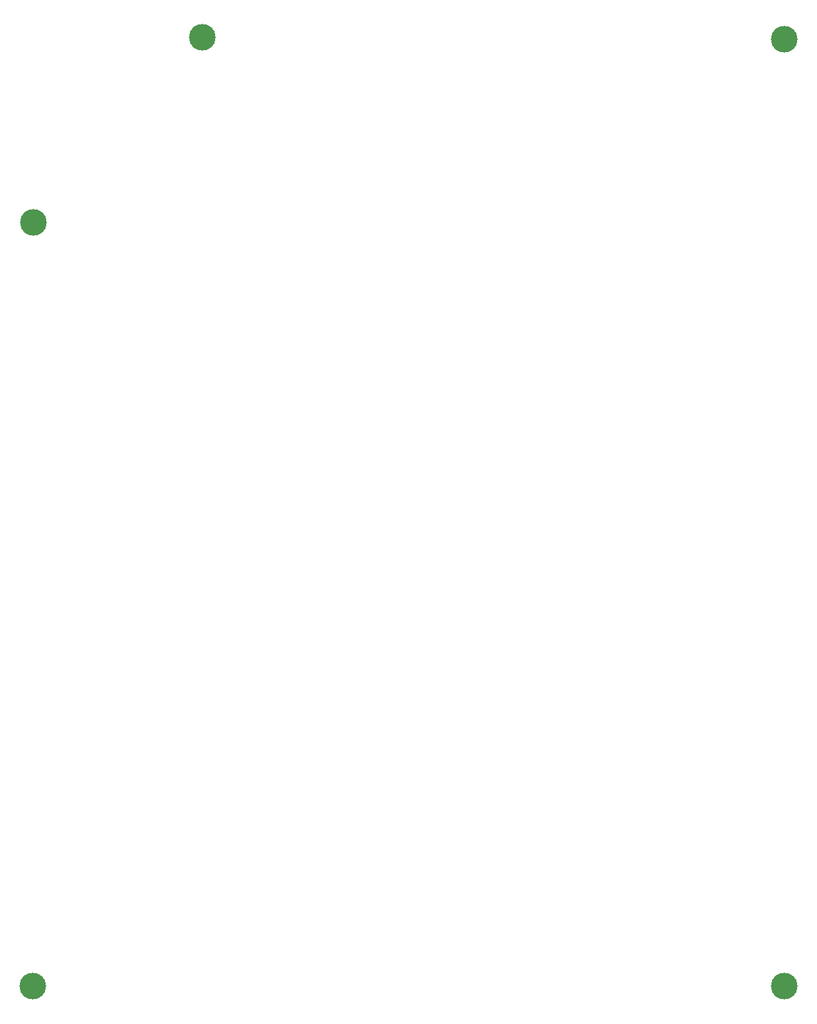
<source format=gbs>
%TF.GenerationSoftware,KiCad,Pcbnew,(5.1.7-0-10_14)*%
%TF.CreationDate,2020-12-01T22:45:17+09:00*%
%TF.ProjectId,contender_plate,636f6e74-656e-4646-9572-5f706c617465,rev?*%
%TF.SameCoordinates,Original*%
%TF.FileFunction,Soldermask,Bot*%
%TF.FilePolarity,Negative*%
%FSLAX46Y46*%
G04 Gerber Fmt 4.6, Leading zero omitted, Abs format (unit mm)*
G04 Created by KiCad (PCBNEW (5.1.7-0-10_14)) date 2020-12-01 22:45:17*
%MOMM*%
%LPD*%
G01*
G04 APERTURE LIST*
%ADD10C,3.500000*%
G04 APERTURE END LIST*
D10*
%TO.C,HOLE_M3*%
X67310000Y-34988500D03*
%TD*%
%TO.C,HOLE_M3*%
X144018000Y-35242500D03*
%TD*%
%TO.C,HOLE_M3*%
X45085000Y-59372500D03*
%TD*%
%TO.C,HOLE_M3*%
X144018000Y-159956500D03*
%TD*%
%TO.C,HOLE_M3*%
X44958000Y-159956500D03*
%TD*%
M02*

</source>
